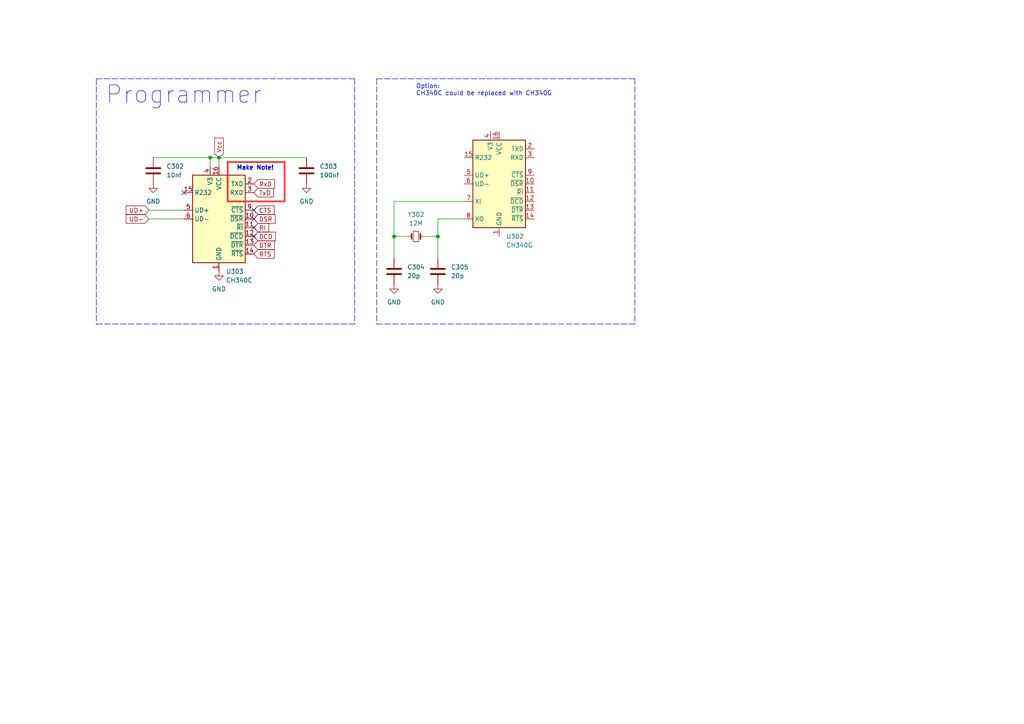
<source format=kicad_sch>
(kicad_sch (version 20211123) (generator eeschema)
  (paper "A4")
  (lib_symbols
    (symbol "Device:C" (pin_numbers hide) (pin_names (offset 0.254))
      (property "Reference" "C" (at 0.635 2.54 0))
      (property "Value" "C" (at 0.635 -2.54 0))
      (symbol "C_0_1"
        (polyline (pts (xy -2.032 -0.762) (xy 2.032 -0.762)) (stroke (width 0.508)))
        (polyline (pts (xy -2.032 0.762) (xy 2.032 0.762)) (stroke (width 0.508)))
      )
      (symbol "C_1_1"
        (pin passive line (at 0 3.81 270) (length 2.794) (name "~") (number "1"))
        (pin passive line (at 0 -3.81 90) (length 2.794) (name "~") (number "2"))
      )
    )
    (symbol "Device:Crystal_Small" (pin_numbers hide) (pin_names (offset 1.016) hide)
      (property "Reference" "Y" (at 0 2.54 0))
      (property "Value" "Crystal_Small" (at 0 -2.54 0))
      (symbol "Crystal_Small_0_1"
        (rectangle (start -0.762 -1.524) (end 0.762 1.524))
        (polyline (pts (xy -1.27 -0.762) (xy -1.27 0.762)) (stroke (width 0.381)))
        (polyline (pts (xy 1.27 -0.762) (xy 1.27 0.762)) (stroke (width 0.381)))
      )
      (symbol "Crystal_Small_1_1"
        (pin passive line (at -2.54 0 0) (length 1.27) (name "1") (number "1"))
        (pin passive line (at 2.54 0 180) (length 1.27) (name "2") (number "2"))
      )
    )
    (symbol "Interface_USB:CH340C"
      (property "Reference" "U" (at -5.08 13.97 0))
      (property "Value" "CH340C" (at 1.27 13.97 0))
      (symbol "CH340C_0_1"
        (rectangle (start -7.62 12.7) (end 7.62 -12.7) (stroke (width 0.254)) (fill (type background)))
      )
      (symbol "CH340C_1_1"
        (pin power_in line (at 0 -15.24 90) (length 2.54) (name "GND") (number "1"))
        (pin input line (at 10.16 0 180) (length 2.54) (name "~{DSR}") (number "10"))
        (pin input line (at 10.16 -2.54 180) (length 2.54) (name "~{RI}") (number "11"))
        (pin input line (at 10.16 -5.08 180) (length 2.54) (name "~{DCD}") (number "12"))
        (pin output line (at 10.16 -7.62 180) (length 2.54) (name "~{DTR}") (number "13"))
        (pin output line (at 10.16 -10.16 180) (length 2.54) (name "~{RTS}") (number "14"))
        (pin input line (at -10.16 7.62 0) (length 2.54) (name "R232") (number "15"))
        (pin power_in line (at 0 15.24 270) (length 2.54) (name "VCC") (number "16"))
        (pin output line (at 10.16 10.16 180) (length 2.54) (name "TXD") (number "2"))
        (pin input line (at 10.16 7.62 180) (length 2.54) (name "RXD") (number "3"))
        (pin passive line (at -2.54 15.24 270) (length 2.54) (name "V3") (number "4"))
        (pin bidirectional line (at -10.16 2.54 0) (length 2.54) (name "UD+") (number "5"))
        (pin bidirectional line (at -10.16 0 0) (length 2.54) (name "UD-") (number "6"))
        (pin no_connect line (at -7.62 -7.62 0) (length 2.54) hide (name "NC") (number "7"))
        (pin no_connect line (at -7.62 -10.16 0) (length 2.54) hide (name "NC") (number "8"))
        (pin input line (at 10.16 2.54 180) (length 2.54) (name "~{CTS}") (number "9"))
      )
    )
    (symbol "Interface_USB:CH340G"
      (property "Reference" "U" (at -5.08 13.97 0))
      (property "Value" "CH340G" (at 1.27 13.97 0))
      (symbol "CH340G_0_1"
        (rectangle (start -7.62 12.7) (end 7.62 -12.7) (stroke (width 0.254)) (fill (type background)))
      )
      (symbol "CH340G_1_1"
        (pin power_in line (at 0 -15.24 90) (length 2.54) (name "GND") (number "1"))
        (pin input line (at 10.16 0 180) (length 2.54) (name "~{DSR}") (number "10"))
        (pin input line (at 10.16 -2.54 180) (length 2.54) (name "~{RI}") (number "11"))
        (pin input line (at 10.16 -5.08 180) (length 2.54) (name "~{DCD}") (number "12"))
        (pin output line (at 10.16 -7.62 180) (length 2.54) (name "~{DTR}") (number "13"))
        (pin output line (at 10.16 -10.16 180) (length 2.54) (name "~{RTS}") (number "14"))
        (pin input line (at -10.16 7.62 0) (length 2.54) (name "R232") (number "15"))
        (pin power_in line (at 0 15.24 270) (length 2.54) (name "VCC") (number "16"))
        (pin output line (at 10.16 10.16 180) (length 2.54) (name "TXD") (number "2"))
        (pin input line (at 10.16 7.62 180) (length 2.54) (name "RXD") (number "3"))
        (pin passive line (at -2.54 15.24 270) (length 2.54) (name "V3") (number "4"))
        (pin bidirectional line (at -10.16 2.54 0) (length 2.54) (name "UD+") (number "5"))
        (pin bidirectional line (at -10.16 0 0) (length 2.54) (name "UD-") (number "6"))
        (pin input line (at -10.16 -5.08 0) (length 2.54) (name "XI") (number "7"))
        (pin output line (at -10.16 -10.16 0) (length 2.54) (name "XO") (number "8"))
        (pin input line (at 10.16 2.54 180) (length 2.54) (name "~{CTS}") (number "9"))
      )
    )
    (symbol "power:GND" (power) (pin_names (offset 0))
      (property "Value" "GND" (at 0 -3.81 0))
      (symbol "GND_0_1"
        (polyline (pts (xy 0 0) (xy 0 -1.27) (xy 1.27 -1.27) (xy 0 -2.54) (xy -1.27 -1.27) (xy 0 -1.27)))
      )
      (symbol "GND_1_1"
        (pin power_in line (at 0 0 270) (length 0) hide (name "GND") (number "1"))
      )
    )
  )
  (junction (at 127 68.58))
  (junction (at 63.5 45.72))
  (junction (at 60.96 45.72))
  (junction (at 114.3 68.58))
  (no_connect (at 53.34 55.88))
  (no_connect (at 73.66 68.58))
  (no_connect (at 73.66 63.5))
  (no_connect (at 73.66 66.04))
  (no_connect (at 73.66 60.96))
  (wire (pts (xy 43.18 63.5) (xy 53.34 63.5)))
  (wire (pts (xy 63.5 45.72) (xy 63.5 48.26)))
  (wire (pts (xy 114.3 58.42) (xy 134.62 58.42)))
  (wire (pts (xy 118.11 68.58) (xy 114.3 68.58)))
  (polyline (pts (xy 184.15 93.98) (xy 109.22 93.98)))
  (wire (pts (xy 134.62 63.5) (xy 127 63.5)))
  (wire (pts (xy 43.18 60.96) (xy 53.34 60.96)))
  (polyline (pts (xy 102.87 93.98) (xy 27.94 93.98)))
  (polyline (pts (xy 102.87 22.86) (xy 102.87 93.98)))
  (polyline (pts (xy 109.22 22.86) (xy 109.22 93.98)))
  (polyline (pts (xy 82.55 46.99) (xy 82.55 58.42)) (stroke (width 0.5) (type solid) (color 255 48 46 1)))
  (polyline (pts (xy 66.04 46.99) (xy 66.04 58.42)) (stroke (width 0.5) (type solid) (color 255 48 46 1)))
  (wire (pts (xy 127 68.58) (xy 127 74.93)))
  (polyline (pts (xy 27.94 22.86) (xy 27.94 93.98)))
  (wire (pts (xy 114.3 58.42) (xy 114.3 68.58)))
  (wire (pts (xy 114.3 68.58) (xy 114.3 74.93)))
  (wire (pts (xy 63.5 45.72) (xy 88.9 45.72)))
  (polyline (pts (xy 66.04 58.42) (xy 82.55 58.42)) (stroke (width 0.5) (type solid) (color 255 48 46 1)))
  (polyline (pts (xy 184.15 22.86) (xy 184.15 93.98)))
  (wire (pts (xy 60.96 48.26) (xy 60.96 45.72)))
  (polyline (pts (xy 109.22 22.86) (xy 184.15 22.86)))
  (polyline (pts (xy 82.55 46.99) (xy 66.04 46.99)) (stroke (width 0.5) (type solid) (color 255 48 46 1)))
  (wire (pts (xy 60.96 45.72) (xy 63.5 45.72)))
  (polyline (pts (xy 27.94 22.86) (xy 102.87 22.86)))
  (wire (pts (xy 123.19 68.58) (xy 127 68.58)))
  (wire (pts (xy 60.96 45.72) (xy 44.45 45.72)))
  (wire (pts (xy 127 63.5) (xy 127 68.58)))
  (text "Option:\nCH340C could be replaced with CH340G" (at 120.65 27.94 0) (effects (font (size 1.27 1.27)) (justify left bottom)))
  (text "Make Note!" (at 68.58 49.53 0) (effects (font (size 1.27 1.27) (thickness 0.254) bold) (justify left bottom)))
  (text "Programmer" (at 30.48 30.48 0) (effects (font (size 5 5)) (justify left bottom)))
  (global_label "Vcc" (shape input) (at 63.5 45.72 90) (property "Intersheet References" "${INTERSHEET_REFS}" (effects hide)))
  (global_label "RxD" (shape input) (at 73.66 53.34 0) (property "Intersheet References" "${INTERSHEET_REFS}" (effects hide)))
  (global_label "CTS" (shape input) (at 73.66 60.96 0) (property "Intersheet References" "${INTERSHEET_REFS}" (effects hide)))
  (global_label "RTS" (shape input) (at 73.66 73.66 0) (property "Intersheet References" "${INTERSHEET_REFS}" (effects hide)))
  (global_label "UD-" (shape input) (at 43.18 63.5 180) (property "Intersheet References" "${INTERSHEET_REFS}" (effects hide)))
  (global_label "DCD" (shape input) (at 73.66 68.58 0) (property "Intersheet References" "${INTERSHEET_REFS}" (effects hide)))
  (global_label "DTR" (shape input) (at 73.66 71.12 0) (property "Intersheet References" "${INTERSHEET_REFS}" (effects hide)))
  (global_label "DSR" (shape input) (at 73.66 63.5 0) (property "Intersheet References" "${INTERSHEET_REFS}" (effects hide)))
  (global_label "TxD" (shape input) (at 73.66 55.88 0) (property "Intersheet References" "${INTERSHEET_REFS}" (effects hide)))
  (global_label "RI" (shape input) (at 73.66 66.04 0) (property "Intersheet References" "${INTERSHEET_REFS}" (effects hide)))
  (global_label "UD+" (shape input) (at 43.18 60.96 180) (property "Intersheet References" "${INTERSHEET_REFS}" (effects hide)))
  (symbol (lib_id "power:GND") (at 127 82.55 0) (unit 1)
    (property "Reference" "#PWR0306" (effects hide))
    (property "Value" "GND" (at 127 87.63 0))
  )
  (symbol (lib_id "Device:C") (at 44.45 49.53 0) (unit 1)
    (property "Reference" "C302" (at 48.26 48.2599 0) (effects (justify left)))
    (property "Value" "10nf" (at 48.26 50.7999 0) (effects (justify left)))
    (property "Footprint" "Capacitor_SMD:C_0603_1608Metric" (effects hide))
    (property "LCSC" "C161232" (effects hide))
  )
  (symbol (lib_id "Interface_USB:CH340C") (at 63.5 63.5 0) (unit 1)
    (property "Reference" "U303" (at 65.5194 78.74 0) (effects (justify left)))
    (property "Value" "CH340C" (at 65.5194 81.28 0) (effects (justify left)))
    (property "Footprint" "Package_SO:SOIC-16_3.9x9.9mm_P1.27mm" (effects hide))
    (property "Datasheet" "https://datasheet.lcsc.com/szlcsc/Jiangsu-Qin-Heng-CH340C_C84681.pdf" (effects hide))
  )
  (symbol (lib_id "Interface_USB:CH340G") (at 144.78 53.34 0) (unit 1) (on_board no)
    (property "Reference" "U302" (at 146.7994 68.58 0) (effects (justify left)))
    (property "Value" "CH340G" (at 146.7994 71.12 0) (effects (justify left)))
    (property "Footprint" "Package_SO:SOIC-16_3.9x9.9mm_P1.27mm" (effects hide))
    (property "Datasheet" "http://www.datasheet5.com/pdf-local-2195953" (effects hide))
    (property "LCSC" "C14267" (effects hide))
  )
  (symbol (lib_id "Device:Crystal_Small") (at 120.65 68.58 0) (unit 1) (on_board no)
    (property "Reference" "Y302" (at 120.65 62.23 0))
    (property "Value" "12M" (at 120.65 64.77 0))
    (property "Footprint" "Crystal:Crystal_SMD_5032-2Pin_5.0x3.2mm" (effects hide))
    (property "LCSC" "C2842275" (effects hide))
  )
  (symbol (lib_id "Device:C") (at 127 78.74 0) (unit 1) (on_board no)
    (property "Reference" "C305" (at 130.81 77.4699 0) (effects (justify left)))
    (property "Value" "20p" (at 130.81 80.0099 0) (effects (justify left)))
    (property "Footprint" "Tinker:C_0603_1608Metric_Pad1.08x0.95mm_HandSolder" (effects hide))
    (property "LCSC" "C408549 (20pf C325469)" (effects hide))
  )
  (symbol (lib_id "power:GND") (at 44.45 53.34 0) (unit 1)
    (property "Reference" "#PWR0302" (effects hide))
    (property "Value" "GND" (at 44.45 58.42 0))
  )
  (symbol (lib_id "power:GND") (at 114.3 82.55 0) (unit 1)
    (property "Reference" "#PWR0305" (effects hide))
    (property "Value" "GND" (at 114.3 87.63 0))
  )
  (symbol (lib_id "Device:C") (at 88.9 49.53 0) (unit 1)
    (property "Reference" "C303" (at 92.71 48.2599 0) (effects (justify left)))
    (property "Value" "100nf" (at 92.71 50.7999 0) (effects (justify left)))
    (property "Footprint" "Capacitor_SMD:C_0603_1608Metric" (effects hide))
    (property "LCSC" "C235731" (effects hide))
  )
  (symbol (lib_id "power:GND") (at 63.5 78.74 0) (unit 1)
    (property "Reference" "#PWR0304" (effects hide))
    (property "Value" "GND" (at 63.5 83.82 0))
  )
  (symbol (lib_id "Device:C") (at 114.3 78.74 0) (unit 1) (on_board no)
    (property "Reference" "C304" (at 118.11 77.4699 0) (effects (justify left)))
    (property "Value" "20p" (at 118.11 80.0099 0) (effects (justify left)))
    (property "Footprint" "Tinker:C_0603_1608Metric_Pad1.08x0.95mm_HandSolder" (effects hide))
    (property "LCSC" "C408549 (20pf C325469)" (effects hide))
  )
  (symbol (lib_id "power:GND") (at 88.9 53.34 0) (unit 1)
    (property "Reference" "#PWR0303" (effects hide))
    (property "Value" "GND" (at 88.9 58.42 0))
  )
)
</source>
